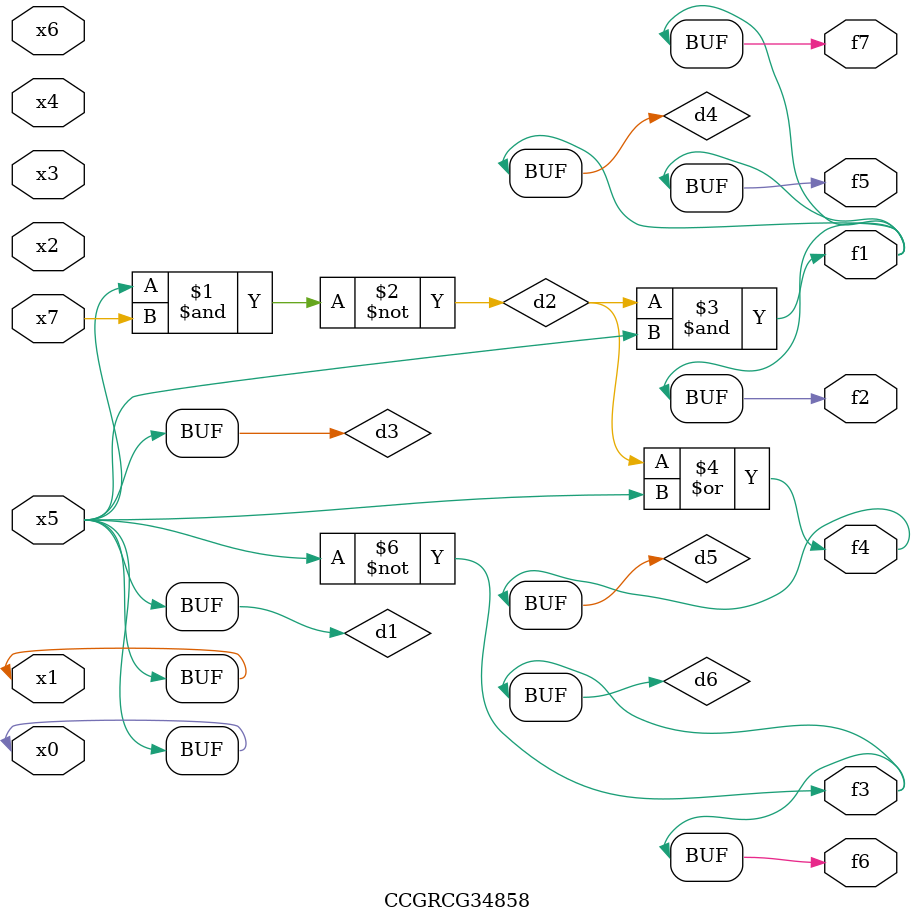
<source format=v>
module CCGRCG34858(
	input x0, x1, x2, x3, x4, x5, x6, x7,
	output f1, f2, f3, f4, f5, f6, f7
);

	wire d1, d2, d3, d4, d5, d6;

	buf (d1, x0, x5);
	nand (d2, x5, x7);
	buf (d3, x0, x1);
	and (d4, d2, d3);
	or (d5, d2, d3);
	nor (d6, d1, d3);
	assign f1 = d4;
	assign f2 = d4;
	assign f3 = d6;
	assign f4 = d5;
	assign f5 = d4;
	assign f6 = d6;
	assign f7 = d4;
endmodule

</source>
